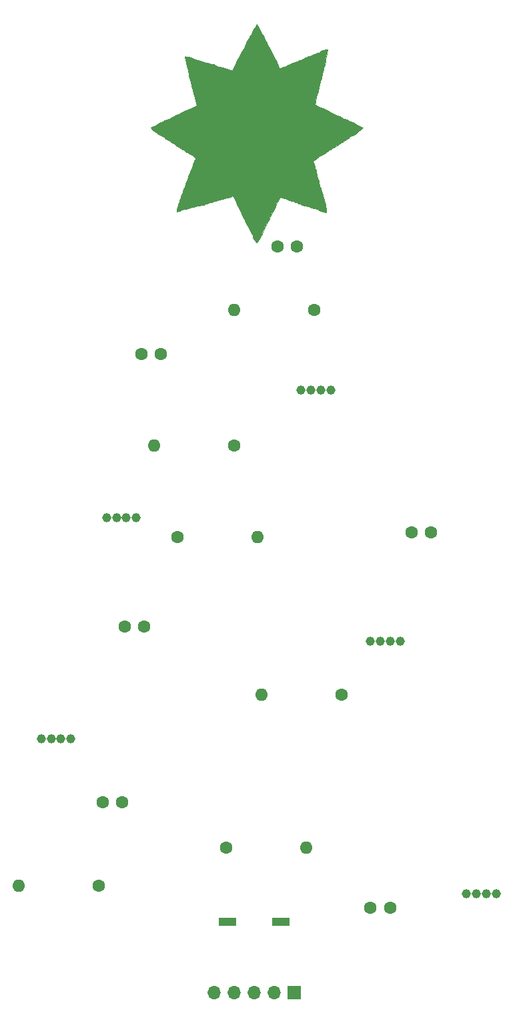
<source format=gbr>
%TF.GenerationSoftware,KiCad,Pcbnew,5.99.0+really5.1.10+dfsg1-1*%
%TF.CreationDate,2021-12-17T14:54:15+01:00*%
%TF.ProjectId,stromcek-led,7374726f-6d63-4656-9b2d-6c65642e6b69,rev?*%
%TF.SameCoordinates,Original*%
%TF.FileFunction,Soldermask,Top*%
%TF.FilePolarity,Negative*%
%FSLAX46Y46*%
G04 Gerber Fmt 4.6, Leading zero omitted, Abs format (unit mm)*
G04 Created by KiCad (PCBNEW 5.99.0+really5.1.10+dfsg1-1) date 2021-12-17 14:54:15*
%MOMM*%
%LPD*%
G01*
G04 APERTURE LIST*
%ADD10C,0.010000*%
%ADD11O,1.600000X1.600000*%
%ADD12C,1.600000*%
%ADD13R,2.160000X1.120000*%
%ADD14C,1.150000*%
%ADD15O,1.700000X1.700000*%
%ADD16R,1.700000X1.700000*%
G04 APERTURE END LIST*
D10*
%TO.C,FID1*%
G36*
X140207141Y-32844421D02*
G01*
X140200000Y-32888103D01*
X140165081Y-32989059D01*
X140074918Y-33150413D01*
X139985441Y-33284978D01*
X139857808Y-33480264D01*
X139759190Y-33659510D01*
X139723669Y-33745500D01*
X139666872Y-33893730D01*
X139621208Y-33973679D01*
X139565781Y-34061872D01*
X139472255Y-34228151D01*
X139360294Y-34437495D01*
X139353801Y-34449929D01*
X139182782Y-34774481D01*
X139055848Y-35006632D01*
X138960915Y-35167884D01*
X138893331Y-35269500D01*
X138833655Y-35388408D01*
X138767366Y-35570275D01*
X138747907Y-35634625D01*
X138691936Y-35797521D01*
X138640587Y-35893572D01*
X138624392Y-35904500D01*
X138570398Y-35952595D01*
X138483066Y-36101860D01*
X138358270Y-36359767D01*
X138291250Y-36507750D01*
X138191545Y-36698184D01*
X138071212Y-36888651D01*
X138071142Y-36888750D01*
X137973648Y-37052516D01*
X137861195Y-37279027D01*
X137782529Y-37460250D01*
X137661404Y-37736491D01*
X137514641Y-38038234D01*
X137422234Y-38212475D01*
X137317087Y-38409095D01*
X137242647Y-38563204D01*
X137215500Y-38639512D01*
X137162967Y-38664547D01*
X137037840Y-38659112D01*
X136888828Y-38630353D01*
X136764639Y-38585415D01*
X136739250Y-38569657D01*
X136638666Y-38523680D01*
X136447316Y-38458206D01*
X136198088Y-38382700D01*
X135923869Y-38306628D01*
X135657547Y-38239456D01*
X135432009Y-38190651D01*
X135405876Y-38185878D01*
X135209883Y-38137144D01*
X135065100Y-38075784D01*
X135024876Y-38043295D01*
X134920040Y-37967786D01*
X134770750Y-37914290D01*
X134575173Y-37870572D01*
X134425950Y-37837268D01*
X134286130Y-37798268D01*
X134218528Y-37770041D01*
X134120781Y-37736049D01*
X133991828Y-37708785D01*
X133810569Y-37665301D01*
X133607444Y-37598566D01*
X133596000Y-37594177D01*
X133379484Y-37518163D01*
X133090832Y-37427056D01*
X132778561Y-37335156D01*
X132491189Y-37256758D01*
X132283680Y-37207452D01*
X132133450Y-37153012D01*
X132048546Y-37077802D01*
X132047548Y-37075369D01*
X131972501Y-37015533D01*
X131796159Y-36987358D01*
X131664991Y-36984000D01*
X131465399Y-36973076D01*
X131321854Y-36944978D01*
X131277610Y-36919464D01*
X131216679Y-36866646D01*
X131178269Y-36915762D01*
X131171477Y-37042459D01*
X131188824Y-37157161D01*
X131230651Y-37356561D01*
X131281817Y-37611751D01*
X131314041Y-37777750D01*
X131363268Y-38005364D01*
X131414896Y-38197737D01*
X131447342Y-38288475D01*
X131491773Y-38424033D01*
X131539348Y-38629243D01*
X131564046Y-38764725D01*
X131611469Y-39028227D01*
X131666778Y-39295852D01*
X131690256Y-39397000D01*
X131746333Y-39630464D01*
X131798794Y-39856181D01*
X131809786Y-39905000D01*
X131865585Y-40099603D01*
X131931928Y-40262272D01*
X131933883Y-40265950D01*
X131989771Y-40434602D01*
X132008500Y-40595577D01*
X132025473Y-40742181D01*
X132064985Y-40821413D01*
X132112820Y-40902890D01*
X132151848Y-41052899D01*
X132153521Y-41063286D01*
X132192570Y-41279321D01*
X132232039Y-41460750D01*
X132269217Y-41629449D01*
X132289384Y-41747616D01*
X132330285Y-41887310D01*
X132348158Y-41921478D01*
X132393508Y-42034076D01*
X132453227Y-42234095D01*
X132517516Y-42484280D01*
X132576577Y-42747373D01*
X132607493Y-42907496D01*
X132626922Y-43049717D01*
X132603859Y-43136456D01*
X132512978Y-43203716D01*
X132345151Y-43280451D01*
X131992569Y-43433395D01*
X131729756Y-43545996D01*
X131530375Y-43629368D01*
X131368085Y-43694627D01*
X131310000Y-43717242D01*
X131156733Y-43784358D01*
X131063204Y-43840068D01*
X131056000Y-43847670D01*
X130986368Y-43893420D01*
X130827289Y-43977232D01*
X130605643Y-44086203D01*
X130348308Y-44207431D01*
X130082165Y-44328015D01*
X129834092Y-44435054D01*
X129820303Y-44440791D01*
X129631198Y-44537306D01*
X129477667Y-44645727D01*
X129452704Y-44669826D01*
X129315913Y-44765241D01*
X129202815Y-44794499D01*
X129082872Y-44820722D01*
X128888158Y-44890038D01*
X128657330Y-44988421D01*
X128617914Y-45006729D01*
X128359960Y-45127429D01*
X128109646Y-45243491D01*
X127919324Y-45330646D01*
X127912750Y-45333616D01*
X127750422Y-45413454D01*
X127643870Y-45478042D01*
X127627000Y-45493694D01*
X127558461Y-45543489D01*
X127407941Y-45631829D01*
X127206963Y-45740287D01*
X127190932Y-45748616D01*
X126786613Y-45958118D01*
X127095259Y-46233559D01*
X127264868Y-46375535D01*
X127403761Y-46474986D01*
X127476909Y-46509000D01*
X127563658Y-46559225D01*
X127581035Y-46590102D01*
X127648725Y-46654593D01*
X127802117Y-46756086D01*
X128012602Y-46876247D01*
X128095829Y-46920022D01*
X128314880Y-47040057D01*
X128482209Y-47145737D01*
X128571503Y-47219864D01*
X128579500Y-47236168D01*
X128631943Y-47304011D01*
X128760693Y-47382867D01*
X128785875Y-47394470D01*
X128951033Y-47480049D01*
X129071312Y-47564075D01*
X129076161Y-47568721D01*
X129194159Y-47640784D01*
X129250786Y-47652000D01*
X129332337Y-47687770D01*
X129341500Y-47715500D01*
X129392933Y-47771835D01*
X129436750Y-47779000D01*
X129521254Y-47813288D01*
X129532000Y-47842500D01*
X129583570Y-47898511D01*
X129629243Y-47906000D01*
X129735505Y-47955142D01*
X129759984Y-47993292D01*
X129834809Y-48070147D01*
X129984284Y-48161833D01*
X130059616Y-48197914D01*
X130225851Y-48275257D01*
X130336964Y-48334486D01*
X130357500Y-48349341D01*
X130445282Y-48419053D01*
X130593069Y-48516859D01*
X130759987Y-48618023D01*
X130905162Y-48697803D01*
X130987721Y-48731461D01*
X130988905Y-48731500D01*
X131065003Y-48781085D01*
X131119500Y-48858500D01*
X131193565Y-48958777D01*
X131240020Y-48985500D01*
X131314330Y-49014669D01*
X131473236Y-49093399D01*
X131690907Y-49208523D01*
X131865764Y-49304467D01*
X132165362Y-49480927D01*
X132358728Y-49623453D01*
X132456942Y-49746759D01*
X132471084Y-49865558D01*
X132412234Y-49994566D01*
X132399511Y-50013267D01*
X132330094Y-50124162D01*
X132312006Y-50176428D01*
X132299913Y-50239055D01*
X132250760Y-50375031D01*
X132231476Y-50422308D01*
X132169213Y-50589824D01*
X132136810Y-50713121D01*
X132135500Y-50728921D01*
X132103068Y-50835490D01*
X132091329Y-50850004D01*
X132041324Y-50948679D01*
X132034600Y-50979736D01*
X131990427Y-51166322D01*
X131928560Y-51296915D01*
X131877221Y-51335000D01*
X131832695Y-51389367D01*
X131818000Y-51493750D01*
X131792674Y-51613024D01*
X131743917Y-51652500D01*
X131700047Y-51676912D01*
X131709649Y-51692315D01*
X131713297Y-51770812D01*
X131672180Y-51915059D01*
X131656733Y-51954070D01*
X131594620Y-52134793D01*
X131564527Y-52285337D01*
X131564000Y-52299790D01*
X131520764Y-52446586D01*
X131468750Y-52518821D01*
X131389204Y-52651984D01*
X131373500Y-52732788D01*
X131343280Y-52852453D01*
X131310000Y-52890750D01*
X131260397Y-52978501D01*
X131246500Y-53081250D01*
X131222531Y-53214219D01*
X131183000Y-53271750D01*
X131129656Y-53361314D01*
X131119500Y-53434247D01*
X131090595Y-53535354D01*
X131052253Y-53557500D01*
X131012998Y-53595769D01*
X131021539Y-53616612D01*
X131013576Y-53698167D01*
X130993536Y-53715609D01*
X130941969Y-53804476D01*
X130929000Y-53897797D01*
X130896799Y-54046006D01*
X130852800Y-54116300D01*
X130812546Y-54180174D01*
X130828354Y-54192500D01*
X130836931Y-54236938D01*
X130787361Y-54335375D01*
X130699993Y-54511076D01*
X130659492Y-54637000D01*
X130613253Y-54808072D01*
X130548973Y-55006636D01*
X130544939Y-55018000D01*
X130478742Y-55203772D01*
X130424313Y-55357406D01*
X130420848Y-55367250D01*
X130373903Y-55499688D01*
X130303999Y-55695778D01*
X130262533Y-55811750D01*
X130189256Y-56041455D01*
X130133440Y-56260748D01*
X130118516Y-56341839D01*
X130088155Y-56554428D01*
X130326602Y-56522295D01*
X130493601Y-56483291D01*
X130600876Y-56428129D01*
X130610482Y-56416648D01*
X130694528Y-56366473D01*
X130861861Y-56316230D01*
X130998833Y-56289578D01*
X131232848Y-56245687D01*
X131528387Y-56180191D01*
X131824919Y-56106578D01*
X131849750Y-56099972D01*
X132094537Y-56034958D01*
X132295882Y-55982480D01*
X132419174Y-55951528D01*
X132435288Y-55947882D01*
X132542339Y-55900078D01*
X132556996Y-55887671D01*
X132646057Y-55856718D01*
X132799380Y-55843506D01*
X132802742Y-55843500D01*
X132989435Y-55824587D01*
X133218311Y-55777098D01*
X133300158Y-55754464D01*
X133470366Y-55710248D01*
X133577316Y-55695947D01*
X133596000Y-55703664D01*
X133631396Y-55700519D01*
X133672201Y-55665699D01*
X133789211Y-55608729D01*
X133926201Y-55589500D01*
X134054374Y-55570684D01*
X134104000Y-55528548D01*
X134119176Y-55497244D01*
X134177553Y-55463740D01*
X134298411Y-55421459D01*
X134501025Y-55363822D01*
X134804675Y-55284250D01*
X134866000Y-55268511D01*
X135011785Y-55229780D01*
X135248116Y-55165458D01*
X135543256Y-55084242D01*
X135865465Y-54994824D01*
X135890704Y-54987788D01*
X136203276Y-54903484D01*
X136481588Y-54833697D01*
X136697642Y-54785087D01*
X136823440Y-54764309D01*
X136831865Y-54764000D01*
X136989510Y-54721596D01*
X137065822Y-54668750D01*
X137165281Y-54591163D01*
X137212944Y-54573500D01*
X137262024Y-54626649D01*
X137346703Y-54765974D01*
X137451699Y-54961285D01*
X137561730Y-55182395D01*
X137661515Y-55399117D01*
X137735771Y-55581263D01*
X137759421Y-55653000D01*
X137807176Y-55784399D01*
X137843853Y-55843500D01*
X137891655Y-55915846D01*
X137980601Y-56079496D01*
X138098973Y-56310274D01*
X138235056Y-56584007D01*
X138377134Y-56876522D01*
X138513489Y-57163644D01*
X138632406Y-57421199D01*
X138722168Y-57625014D01*
X138771060Y-57750915D01*
X138774844Y-57764375D01*
X138823368Y-57890613D01*
X138875377Y-57939000D01*
X138941750Y-57990786D01*
X138970209Y-58050125D01*
X139022791Y-58179964D01*
X139115865Y-58381937D01*
X139234441Y-58626328D01*
X139363530Y-58883423D01*
X139488141Y-59123508D01*
X139593283Y-59316868D01*
X139663966Y-59433789D01*
X139676125Y-59449425D01*
X139745200Y-59585729D01*
X139755500Y-59656104D01*
X139787870Y-59794845D01*
X139870724Y-59978935D01*
X139982679Y-60173541D01*
X140102353Y-60343830D01*
X140208362Y-60454969D01*
X140260642Y-60479000D01*
X140335676Y-60439752D01*
X140377800Y-60402800D01*
X140445343Y-60294466D01*
X140454000Y-60250843D01*
X140504972Y-60164267D01*
X140549250Y-60138536D01*
X140633653Y-60058019D01*
X140644500Y-60012518D01*
X140689383Y-59899424D01*
X140739750Y-59844000D01*
X140820978Y-59724819D01*
X140835000Y-59656952D01*
X140861394Y-59568238D01*
X140933089Y-59390406D01*
X140947595Y-59357166D01*
X140305834Y-59357166D01*
X140297117Y-59394917D01*
X140263500Y-59399500D01*
X140211233Y-59376266D01*
X140221167Y-59357166D01*
X140296527Y-59349566D01*
X140305834Y-59357166D01*
X140947595Y-59357166D01*
X141038852Y-59148059D01*
X141167454Y-58865802D01*
X141307664Y-58568241D01*
X141448249Y-58279980D01*
X141577979Y-58025624D01*
X141590188Y-58002500D01*
X141647829Y-57892656D01*
X141708870Y-57773324D01*
X141782704Y-57625443D01*
X141878723Y-57429954D01*
X142006320Y-57167794D01*
X142174888Y-56819904D01*
X142278610Y-56605500D01*
X142456033Y-56237420D01*
X142628284Y-55877897D01*
X142781981Y-55555014D01*
X142903745Y-55296857D01*
X142966857Y-55160875D01*
X143068173Y-54950036D01*
X143146196Y-54830827D01*
X143226030Y-54777456D01*
X143332779Y-54764137D01*
X143353201Y-54764000D01*
X143506476Y-54781909D01*
X143595721Y-54825234D01*
X143597250Y-54827500D01*
X143687178Y-54881609D01*
X143754602Y-54891000D01*
X143895295Y-54918941D01*
X144052479Y-54981456D01*
X144229537Y-55055025D01*
X144451642Y-55128055D01*
X144518000Y-55146395D01*
X144712441Y-55202054D01*
X144864736Y-55254274D01*
X144901085Y-55270114D01*
X145030209Y-55318069D01*
X145205159Y-55364757D01*
X145207000Y-55365163D01*
X145360270Y-55422643D01*
X145449454Y-55500061D01*
X145451878Y-55505562D01*
X145493701Y-55565360D01*
X145541865Y-55515449D01*
X145586868Y-55467082D01*
X145596528Y-55510125D01*
X145650418Y-55574578D01*
X145724500Y-55589500D01*
X145827751Y-55611697D01*
X145851500Y-55642416D01*
X145902243Y-55696138D01*
X145930875Y-55702195D01*
X146131348Y-55735956D01*
X146262139Y-55790026D01*
X146272996Y-55799328D01*
X146363442Y-55831876D01*
X146494929Y-55843500D01*
X146680104Y-55869312D01*
X146878548Y-55931510D01*
X146881221Y-55932647D01*
X147049188Y-55997483D01*
X147258417Y-56069162D01*
X147466623Y-56134322D01*
X147631523Y-56179599D01*
X147703584Y-56192526D01*
X147783370Y-56231022D01*
X147793542Y-56240375D01*
X147889367Y-56278368D01*
X147986179Y-56288000D01*
X148121959Y-56323674D01*
X148181970Y-56377670D01*
X148265191Y-56436441D01*
X148430724Y-56504749D01*
X148637364Y-56570661D01*
X148843905Y-56622241D01*
X149009143Y-56647557D01*
X149086247Y-56639569D01*
X149110666Y-56562471D01*
X149111575Y-56410084D01*
X149093283Y-56231038D01*
X149060101Y-56073957D01*
X149029745Y-56002250D01*
X148997949Y-55902045D01*
X148972918Y-55732753D01*
X148968899Y-55684750D01*
X148941925Y-55501995D01*
X148897447Y-55369063D01*
X148885804Y-55351375D01*
X148847438Y-55283322D01*
X148856735Y-55272000D01*
X148858843Y-55220909D01*
X148818292Y-55094429D01*
X148803528Y-55057815D01*
X148754695Y-54907699D01*
X148748962Y-54812014D01*
X148753852Y-54803815D01*
X148747639Y-54766071D01*
X148729247Y-54764000D01*
X148682339Y-54708755D01*
X148659477Y-54575762D01*
X148659435Y-54574347D01*
X148639512Y-54410119D01*
X148603984Y-54304472D01*
X148550493Y-54172676D01*
X148535634Y-54106722D01*
X148507359Y-53990791D01*
X148449917Y-53794949D01*
X148375178Y-53559468D01*
X148367187Y-53535222D01*
X148277981Y-53249879D01*
X148193536Y-52953757D01*
X148137200Y-52732000D01*
X148083251Y-52526118D01*
X148029319Y-52367714D01*
X147999957Y-52310059D01*
X147954745Y-52210843D01*
X147954854Y-52183059D01*
X147945083Y-52080863D01*
X147930046Y-52033500D01*
X147907655Y-51965517D01*
X147883077Y-51862620D01*
X147851044Y-51698890D01*
X147806286Y-51448410D01*
X147778221Y-51286786D01*
X147737950Y-51134530D01*
X147688943Y-51046986D01*
X147685985Y-51044913D01*
X147645037Y-50962338D01*
X147629500Y-50827000D01*
X147608122Y-50680732D01*
X147561671Y-50602074D01*
X147519456Y-50515224D01*
X147527148Y-50473360D01*
X147522771Y-50373994D01*
X147499727Y-50349036D01*
X147436553Y-50252306D01*
X147474319Y-50126999D01*
X147600796Y-50002167D01*
X147661250Y-49965309D01*
X147802013Y-49878336D01*
X147878747Y-49809205D01*
X147883500Y-49796559D01*
X147934764Y-49752300D01*
X147973459Y-49747500D01*
X148069870Y-49704991D01*
X148087195Y-49676166D01*
X148166811Y-49590503D01*
X148361020Y-49461313D01*
X148665984Y-49290933D01*
X149003197Y-49118555D01*
X149205604Y-49007238D01*
X149359206Y-48902525D01*
X149429830Y-48828402D01*
X149514264Y-48742899D01*
X149564258Y-48731500D01*
X149650033Y-48697824D01*
X149661500Y-48668000D01*
X149711032Y-48607963D01*
X149734882Y-48604500D01*
X149830371Y-48569413D01*
X149972850Y-48482750D01*
X150004757Y-48459954D01*
X150194834Y-48335117D01*
X150413564Y-48211221D01*
X150455250Y-48190079D01*
X150622335Y-48096063D01*
X150738991Y-48009455D01*
X150760031Y-47985375D01*
X150862168Y-47912554D01*
X150902906Y-47906000D01*
X150985365Y-47870693D01*
X150995000Y-47842500D01*
X151046433Y-47786164D01*
X151090250Y-47779000D01*
X151174754Y-47744711D01*
X151185500Y-47715500D01*
X151236602Y-47658414D01*
X151276215Y-47652000D01*
X151396696Y-47610332D01*
X151450840Y-47568721D01*
X151565536Y-47486312D01*
X151729819Y-47399521D01*
X151741125Y-47394470D01*
X151878372Y-47314742D01*
X151946014Y-47237735D01*
X151947500Y-47228028D01*
X152000169Y-47150215D01*
X152074500Y-47112250D01*
X152177124Y-47055240D01*
X152201500Y-47012720D01*
X152252405Y-46958915D01*
X152288752Y-46953500D01*
X152394248Y-46924298D01*
X152552380Y-46851285D01*
X152724503Y-46756348D01*
X152871970Y-46661374D01*
X152956137Y-46588250D01*
X152963500Y-46571350D01*
X153015522Y-46510298D01*
X153081463Y-46480118D01*
X153192157Y-46417588D01*
X153351318Y-46296600D01*
X153466543Y-46196076D01*
X153733660Y-45949475D01*
X153316830Y-45744270D01*
X153114556Y-45639308D01*
X152966403Y-45552169D01*
X152900946Y-45499839D01*
X152900000Y-45496503D01*
X152847098Y-45448541D01*
X152713057Y-45375695D01*
X152630125Y-45337998D01*
X152435305Y-45251631D01*
X152180039Y-45134952D01*
X151918350Y-45012664D01*
X151909087Y-45008278D01*
X151676158Y-44905726D01*
X151472803Y-44830039D01*
X151337595Y-44795315D01*
X151324186Y-44794500D01*
X151180468Y-44749852D01*
X151073640Y-44669121D01*
X150958274Y-44583041D01*
X150764542Y-44474431D01*
X150532834Y-44365776D01*
X150515541Y-44358457D01*
X150118595Y-44189518D01*
X149828017Y-44060066D01*
X149631625Y-43964042D01*
X149517234Y-43895389D01*
X149472663Y-43848048D01*
X149471000Y-43839028D01*
X149419464Y-43785448D01*
X149374889Y-43778500D01*
X149238428Y-43748880D01*
X149168514Y-43717940D01*
X149067244Y-43669353D01*
X148877739Y-43584326D01*
X148628843Y-43475635D01*
X148398651Y-43376957D01*
X148129603Y-43256902D01*
X147904284Y-43145732D01*
X147748639Y-43056931D01*
X147690382Y-43008891D01*
X147681797Y-42908485D01*
X147703477Y-42722865D01*
X147750767Y-42488921D01*
X147761521Y-42445000D01*
X147819847Y-42195193D01*
X147862805Y-41977061D01*
X147882083Y-41833387D01*
X147882415Y-41822721D01*
X147912617Y-41658257D01*
X147973761Y-41502148D01*
X148047928Y-41310130D01*
X148094944Y-41108426D01*
X148118388Y-40963113D01*
X148135794Y-40890983D01*
X148137500Y-40889250D01*
X148153020Y-40833790D01*
X148176073Y-40697483D01*
X148180158Y-40669189D01*
X148218167Y-40485628D01*
X148267476Y-40344043D01*
X148269591Y-40339988D01*
X148320310Y-40191781D01*
X148328000Y-40125146D01*
X148353172Y-39995964D01*
X148414129Y-39827862D01*
X148417914Y-39819346D01*
X148482513Y-39650672D01*
X148536782Y-39444365D01*
X148588587Y-39166731D01*
X148624054Y-38936226D01*
X148660470Y-38772596D01*
X148706163Y-38671303D01*
X148715708Y-38662604D01*
X148754442Y-38581032D01*
X148772355Y-38429678D01*
X148772500Y-38414294D01*
X148788474Y-38264102D01*
X148827431Y-38182421D01*
X148832428Y-38179916D01*
X148876122Y-38109721D01*
X148917082Y-37956899D01*
X148930855Y-37873000D01*
X148964291Y-37636427D01*
X148993662Y-37467050D01*
X149029703Y-37305931D01*
X149046529Y-37238000D01*
X149114073Y-36910701D01*
X149177875Y-36488547D01*
X149197287Y-36333125D01*
X149233159Y-36031500D01*
X149014966Y-36031500D01*
X148826496Y-36058387D01*
X148675547Y-36123213D01*
X148673512Y-36124730D01*
X148518732Y-36200595D01*
X148414169Y-36219980D01*
X148288934Y-36261054D01*
X148241537Y-36317249D01*
X148163338Y-36401612D01*
X148119671Y-36412500D01*
X148012994Y-36438680D01*
X147846918Y-36504395D01*
X147780022Y-36535380D01*
X147578885Y-36623451D01*
X147393904Y-36690177D01*
X147355345Y-36701014D01*
X147231094Y-36751375D01*
X147185000Y-36804131D01*
X147147419Y-36838849D01*
X147132823Y-36832247D01*
X147044225Y-36835031D01*
X146920540Y-36883062D01*
X146744740Y-36952743D01*
X146538188Y-37007772D01*
X146528218Y-37009690D01*
X146377833Y-37051400D01*
X146299291Y-37099530D01*
X146296000Y-37109598D01*
X146243126Y-37169674D01*
X146153125Y-37210254D01*
X146006779Y-37264620D01*
X145812211Y-37347446D01*
X145744627Y-37378278D01*
X145563773Y-37456346D01*
X145420935Y-37507355D01*
X145385908Y-37515653D01*
X145252570Y-37565365D01*
X145207031Y-37594470D01*
X145096422Y-37651566D01*
X144918005Y-37719234D01*
X144835500Y-37745603D01*
X144651996Y-37807718D01*
X144519349Y-37865064D01*
X144489426Y-37884041D01*
X144373191Y-37933921D01*
X144343895Y-37936499D01*
X144238472Y-37976826D01*
X144122372Y-38063499D01*
X143977391Y-38157574D01*
X143852703Y-38190499D01*
X143709548Y-38218853D01*
X143528079Y-38288721D01*
X143494386Y-38305194D01*
X143286269Y-38386084D01*
X143160841Y-38375536D01*
X143121000Y-38280458D01*
X143084970Y-38199407D01*
X143057500Y-38190500D01*
X142999535Y-38139815D01*
X142994000Y-38105006D01*
X142968202Y-37990025D01*
X142906658Y-37835131D01*
X142816955Y-37638707D01*
X142732407Y-37444374D01*
X142662490Y-37307302D01*
X142604021Y-37239546D01*
X142597499Y-37237999D01*
X142554706Y-37186438D01*
X142549500Y-37143983D01*
X142517139Y-37043316D01*
X142433066Y-36876872D01*
X142336973Y-36715358D01*
X142215375Y-36507156D01*
X142121004Y-36315244D01*
X142082878Y-36210565D01*
X142015810Y-36044654D01*
X141944275Y-35943346D01*
X141859834Y-35820758D01*
X141775730Y-35642567D01*
X141761901Y-35605531D01*
X141667132Y-35380051D01*
X141552054Y-35157237D01*
X141543341Y-35142500D01*
X141443824Y-34965371D01*
X141319865Y-34729715D01*
X141218533Y-34527569D01*
X141113925Y-34324838D01*
X141023719Y-34170566D01*
X140967416Y-34098096D01*
X140967356Y-34098059D01*
X140910871Y-34018273D01*
X140845692Y-33866763D01*
X140831111Y-33823990D01*
X140747828Y-33633553D01*
X140620133Y-33410133D01*
X140540728Y-33292492D01*
X140423095Y-33113480D01*
X140345467Y-32962651D01*
X140327000Y-32895617D01*
X140294874Y-32806488D01*
X140263500Y-32793000D01*
X140207141Y-32844421D01*
G37*
X140207141Y-32844421D02*
X140200000Y-32888103D01*
X140165081Y-32989059D01*
X140074918Y-33150413D01*
X139985441Y-33284978D01*
X139857808Y-33480264D01*
X139759190Y-33659510D01*
X139723669Y-33745500D01*
X139666872Y-33893730D01*
X139621208Y-33973679D01*
X139565781Y-34061872D01*
X139472255Y-34228151D01*
X139360294Y-34437495D01*
X139353801Y-34449929D01*
X139182782Y-34774481D01*
X139055848Y-35006632D01*
X138960915Y-35167884D01*
X138893331Y-35269500D01*
X138833655Y-35388408D01*
X138767366Y-35570275D01*
X138747907Y-35634625D01*
X138691936Y-35797521D01*
X138640587Y-35893572D01*
X138624392Y-35904500D01*
X138570398Y-35952595D01*
X138483066Y-36101860D01*
X138358270Y-36359767D01*
X138291250Y-36507750D01*
X138191545Y-36698184D01*
X138071212Y-36888651D01*
X138071142Y-36888750D01*
X137973648Y-37052516D01*
X137861195Y-37279027D01*
X137782529Y-37460250D01*
X137661404Y-37736491D01*
X137514641Y-38038234D01*
X137422234Y-38212475D01*
X137317087Y-38409095D01*
X137242647Y-38563204D01*
X137215500Y-38639512D01*
X137162967Y-38664547D01*
X137037840Y-38659112D01*
X136888828Y-38630353D01*
X136764639Y-38585415D01*
X136739250Y-38569657D01*
X136638666Y-38523680D01*
X136447316Y-38458206D01*
X136198088Y-38382700D01*
X135923869Y-38306628D01*
X135657547Y-38239456D01*
X135432009Y-38190651D01*
X135405876Y-38185878D01*
X135209883Y-38137144D01*
X135065100Y-38075784D01*
X135024876Y-38043295D01*
X134920040Y-37967786D01*
X134770750Y-37914290D01*
X134575173Y-37870572D01*
X134425950Y-37837268D01*
X134286130Y-37798268D01*
X134218528Y-37770041D01*
X134120781Y-37736049D01*
X133991828Y-37708785D01*
X133810569Y-37665301D01*
X133607444Y-37598566D01*
X133596000Y-37594177D01*
X133379484Y-37518163D01*
X133090832Y-37427056D01*
X132778561Y-37335156D01*
X132491189Y-37256758D01*
X132283680Y-37207452D01*
X132133450Y-37153012D01*
X132048546Y-37077802D01*
X132047548Y-37075369D01*
X131972501Y-37015533D01*
X131796159Y-36987358D01*
X131664991Y-36984000D01*
X131465399Y-36973076D01*
X131321854Y-36944978D01*
X131277610Y-36919464D01*
X131216679Y-36866646D01*
X131178269Y-36915762D01*
X131171477Y-37042459D01*
X131188824Y-37157161D01*
X131230651Y-37356561D01*
X131281817Y-37611751D01*
X131314041Y-37777750D01*
X131363268Y-38005364D01*
X131414896Y-38197737D01*
X131447342Y-38288475D01*
X131491773Y-38424033D01*
X131539348Y-38629243D01*
X131564046Y-38764725D01*
X131611469Y-39028227D01*
X131666778Y-39295852D01*
X131690256Y-39397000D01*
X131746333Y-39630464D01*
X131798794Y-39856181D01*
X131809786Y-39905000D01*
X131865585Y-40099603D01*
X131931928Y-40262272D01*
X131933883Y-40265950D01*
X131989771Y-40434602D01*
X132008500Y-40595577D01*
X132025473Y-40742181D01*
X132064985Y-40821413D01*
X132112820Y-40902890D01*
X132151848Y-41052899D01*
X132153521Y-41063286D01*
X132192570Y-41279321D01*
X132232039Y-41460750D01*
X132269217Y-41629449D01*
X132289384Y-41747616D01*
X132330285Y-41887310D01*
X132348158Y-41921478D01*
X132393508Y-42034076D01*
X132453227Y-42234095D01*
X132517516Y-42484280D01*
X132576577Y-42747373D01*
X132607493Y-42907496D01*
X132626922Y-43049717D01*
X132603859Y-43136456D01*
X132512978Y-43203716D01*
X132345151Y-43280451D01*
X131992569Y-43433395D01*
X131729756Y-43545996D01*
X131530375Y-43629368D01*
X131368085Y-43694627D01*
X131310000Y-43717242D01*
X131156733Y-43784358D01*
X131063204Y-43840068D01*
X131056000Y-43847670D01*
X130986368Y-43893420D01*
X130827289Y-43977232D01*
X130605643Y-44086203D01*
X130348308Y-44207431D01*
X130082165Y-44328015D01*
X129834092Y-44435054D01*
X129820303Y-44440791D01*
X129631198Y-44537306D01*
X129477667Y-44645727D01*
X129452704Y-44669826D01*
X129315913Y-44765241D01*
X129202815Y-44794499D01*
X129082872Y-44820722D01*
X128888158Y-44890038D01*
X128657330Y-44988421D01*
X128617914Y-45006729D01*
X128359960Y-45127429D01*
X128109646Y-45243491D01*
X127919324Y-45330646D01*
X127912750Y-45333616D01*
X127750422Y-45413454D01*
X127643870Y-45478042D01*
X127627000Y-45493694D01*
X127558461Y-45543489D01*
X127407941Y-45631829D01*
X127206963Y-45740287D01*
X127190932Y-45748616D01*
X126786613Y-45958118D01*
X127095259Y-46233559D01*
X127264868Y-46375535D01*
X127403761Y-46474986D01*
X127476909Y-46509000D01*
X127563658Y-46559225D01*
X127581035Y-46590102D01*
X127648725Y-46654593D01*
X127802117Y-46756086D01*
X128012602Y-46876247D01*
X128095829Y-46920022D01*
X128314880Y-47040057D01*
X128482209Y-47145737D01*
X128571503Y-47219864D01*
X128579500Y-47236168D01*
X128631943Y-47304011D01*
X128760693Y-47382867D01*
X128785875Y-47394470D01*
X128951033Y-47480049D01*
X129071312Y-47564075D01*
X129076161Y-47568721D01*
X129194159Y-47640784D01*
X129250786Y-47652000D01*
X129332337Y-47687770D01*
X129341500Y-47715500D01*
X129392933Y-47771835D01*
X129436750Y-47779000D01*
X129521254Y-47813288D01*
X129532000Y-47842500D01*
X129583570Y-47898511D01*
X129629243Y-47906000D01*
X129735505Y-47955142D01*
X129759984Y-47993292D01*
X129834809Y-48070147D01*
X129984284Y-48161833D01*
X130059616Y-48197914D01*
X130225851Y-48275257D01*
X130336964Y-48334486D01*
X130357500Y-48349341D01*
X130445282Y-48419053D01*
X130593069Y-48516859D01*
X130759987Y-48618023D01*
X130905162Y-48697803D01*
X130987721Y-48731461D01*
X130988905Y-48731500D01*
X131065003Y-48781085D01*
X131119500Y-48858500D01*
X131193565Y-48958777D01*
X131240020Y-48985500D01*
X131314330Y-49014669D01*
X131473236Y-49093399D01*
X131690907Y-49208523D01*
X131865764Y-49304467D01*
X132165362Y-49480927D01*
X132358728Y-49623453D01*
X132456942Y-49746759D01*
X132471084Y-49865558D01*
X132412234Y-49994566D01*
X132399511Y-50013267D01*
X132330094Y-50124162D01*
X132312006Y-50176428D01*
X132299913Y-50239055D01*
X132250760Y-50375031D01*
X132231476Y-50422308D01*
X132169213Y-50589824D01*
X132136810Y-50713121D01*
X132135500Y-50728921D01*
X132103068Y-50835490D01*
X132091329Y-50850004D01*
X132041324Y-50948679D01*
X132034600Y-50979736D01*
X131990427Y-51166322D01*
X131928560Y-51296915D01*
X131877221Y-51335000D01*
X131832695Y-51389367D01*
X131818000Y-51493750D01*
X131792674Y-51613024D01*
X131743917Y-51652500D01*
X131700047Y-51676912D01*
X131709649Y-51692315D01*
X131713297Y-51770812D01*
X131672180Y-51915059D01*
X131656733Y-51954070D01*
X131594620Y-52134793D01*
X131564527Y-52285337D01*
X131564000Y-52299790D01*
X131520764Y-52446586D01*
X131468750Y-52518821D01*
X131389204Y-52651984D01*
X131373500Y-52732788D01*
X131343280Y-52852453D01*
X131310000Y-52890750D01*
X131260397Y-52978501D01*
X131246500Y-53081250D01*
X131222531Y-53214219D01*
X131183000Y-53271750D01*
X131129656Y-53361314D01*
X131119500Y-53434247D01*
X131090595Y-53535354D01*
X131052253Y-53557500D01*
X131012998Y-53595769D01*
X131021539Y-53616612D01*
X131013576Y-53698167D01*
X130993536Y-53715609D01*
X130941969Y-53804476D01*
X130929000Y-53897797D01*
X130896799Y-54046006D01*
X130852800Y-54116300D01*
X130812546Y-54180174D01*
X130828354Y-54192500D01*
X130836931Y-54236938D01*
X130787361Y-54335375D01*
X130699993Y-54511076D01*
X130659492Y-54637000D01*
X130613253Y-54808072D01*
X130548973Y-55006636D01*
X130544939Y-55018000D01*
X130478742Y-55203772D01*
X130424313Y-55357406D01*
X130420848Y-55367250D01*
X130373903Y-55499688D01*
X130303999Y-55695778D01*
X130262533Y-55811750D01*
X130189256Y-56041455D01*
X130133440Y-56260748D01*
X130118516Y-56341839D01*
X130088155Y-56554428D01*
X130326602Y-56522295D01*
X130493601Y-56483291D01*
X130600876Y-56428129D01*
X130610482Y-56416648D01*
X130694528Y-56366473D01*
X130861861Y-56316230D01*
X130998833Y-56289578D01*
X131232848Y-56245687D01*
X131528387Y-56180191D01*
X131824919Y-56106578D01*
X131849750Y-56099972D01*
X132094537Y-56034958D01*
X132295882Y-55982480D01*
X132419174Y-55951528D01*
X132435288Y-55947882D01*
X132542339Y-55900078D01*
X132556996Y-55887671D01*
X132646057Y-55856718D01*
X132799380Y-55843506D01*
X132802742Y-55843500D01*
X132989435Y-55824587D01*
X133218311Y-55777098D01*
X133300158Y-55754464D01*
X133470366Y-55710248D01*
X133577316Y-55695947D01*
X133596000Y-55703664D01*
X133631396Y-55700519D01*
X133672201Y-55665699D01*
X133789211Y-55608729D01*
X133926201Y-55589500D01*
X134054374Y-55570684D01*
X134104000Y-55528548D01*
X134119176Y-55497244D01*
X134177553Y-55463740D01*
X134298411Y-55421459D01*
X134501025Y-55363822D01*
X134804675Y-55284250D01*
X134866000Y-55268511D01*
X135011785Y-55229780D01*
X135248116Y-55165458D01*
X135543256Y-55084242D01*
X135865465Y-54994824D01*
X135890704Y-54987788D01*
X136203276Y-54903484D01*
X136481588Y-54833697D01*
X136697642Y-54785087D01*
X136823440Y-54764309D01*
X136831865Y-54764000D01*
X136989510Y-54721596D01*
X137065822Y-54668750D01*
X137165281Y-54591163D01*
X137212944Y-54573500D01*
X137262024Y-54626649D01*
X137346703Y-54765974D01*
X137451699Y-54961285D01*
X137561730Y-55182395D01*
X137661515Y-55399117D01*
X137735771Y-55581263D01*
X137759421Y-55653000D01*
X137807176Y-55784399D01*
X137843853Y-55843500D01*
X137891655Y-55915846D01*
X137980601Y-56079496D01*
X138098973Y-56310274D01*
X138235056Y-56584007D01*
X138377134Y-56876522D01*
X138513489Y-57163644D01*
X138632406Y-57421199D01*
X138722168Y-57625014D01*
X138771060Y-57750915D01*
X138774844Y-57764375D01*
X138823368Y-57890613D01*
X138875377Y-57939000D01*
X138941750Y-57990786D01*
X138970209Y-58050125D01*
X139022791Y-58179964D01*
X139115865Y-58381937D01*
X139234441Y-58626328D01*
X139363530Y-58883423D01*
X139488141Y-59123508D01*
X139593283Y-59316868D01*
X139663966Y-59433789D01*
X139676125Y-59449425D01*
X139745200Y-59585729D01*
X139755500Y-59656104D01*
X139787870Y-59794845D01*
X139870724Y-59978935D01*
X139982679Y-60173541D01*
X140102353Y-60343830D01*
X140208362Y-60454969D01*
X140260642Y-60479000D01*
X140335676Y-60439752D01*
X140377800Y-60402800D01*
X140445343Y-60294466D01*
X140454000Y-60250843D01*
X140504972Y-60164267D01*
X140549250Y-60138536D01*
X140633653Y-60058019D01*
X140644500Y-60012518D01*
X140689383Y-59899424D01*
X140739750Y-59844000D01*
X140820978Y-59724819D01*
X140835000Y-59656952D01*
X140861394Y-59568238D01*
X140933089Y-59390406D01*
X140947595Y-59357166D01*
X140305834Y-59357166D01*
X140297117Y-59394917D01*
X140263500Y-59399500D01*
X140211233Y-59376266D01*
X140221167Y-59357166D01*
X140296527Y-59349566D01*
X140305834Y-59357166D01*
X140947595Y-59357166D01*
X141038852Y-59148059D01*
X141167454Y-58865802D01*
X141307664Y-58568241D01*
X141448249Y-58279980D01*
X141577979Y-58025624D01*
X141590188Y-58002500D01*
X141647829Y-57892656D01*
X141708870Y-57773324D01*
X141782704Y-57625443D01*
X141878723Y-57429954D01*
X142006320Y-57167794D01*
X142174888Y-56819904D01*
X142278610Y-56605500D01*
X142456033Y-56237420D01*
X142628284Y-55877897D01*
X142781981Y-55555014D01*
X142903745Y-55296857D01*
X142966857Y-55160875D01*
X143068173Y-54950036D01*
X143146196Y-54830827D01*
X143226030Y-54777456D01*
X143332779Y-54764137D01*
X143353201Y-54764000D01*
X143506476Y-54781909D01*
X143595721Y-54825234D01*
X143597250Y-54827500D01*
X143687178Y-54881609D01*
X143754602Y-54891000D01*
X143895295Y-54918941D01*
X144052479Y-54981456D01*
X144229537Y-55055025D01*
X144451642Y-55128055D01*
X144518000Y-55146395D01*
X144712441Y-55202054D01*
X144864736Y-55254274D01*
X144901085Y-55270114D01*
X145030209Y-55318069D01*
X145205159Y-55364757D01*
X145207000Y-55365163D01*
X145360270Y-55422643D01*
X145449454Y-55500061D01*
X145451878Y-55505562D01*
X145493701Y-55565360D01*
X145541865Y-55515449D01*
X145586868Y-55467082D01*
X145596528Y-55510125D01*
X145650418Y-55574578D01*
X145724500Y-55589500D01*
X145827751Y-55611697D01*
X145851500Y-55642416D01*
X145902243Y-55696138D01*
X145930875Y-55702195D01*
X146131348Y-55735956D01*
X146262139Y-55790026D01*
X146272996Y-55799328D01*
X146363442Y-55831876D01*
X146494929Y-55843500D01*
X146680104Y-55869312D01*
X146878548Y-55931510D01*
X146881221Y-55932647D01*
X147049188Y-55997483D01*
X147258417Y-56069162D01*
X147466623Y-56134322D01*
X147631523Y-56179599D01*
X147703584Y-56192526D01*
X147783370Y-56231022D01*
X147793542Y-56240375D01*
X147889367Y-56278368D01*
X147986179Y-56288000D01*
X148121959Y-56323674D01*
X148181970Y-56377670D01*
X148265191Y-56436441D01*
X148430724Y-56504749D01*
X148637364Y-56570661D01*
X148843905Y-56622241D01*
X149009143Y-56647557D01*
X149086247Y-56639569D01*
X149110666Y-56562471D01*
X149111575Y-56410084D01*
X149093283Y-56231038D01*
X149060101Y-56073957D01*
X149029745Y-56002250D01*
X148997949Y-55902045D01*
X148972918Y-55732753D01*
X148968899Y-55684750D01*
X148941925Y-55501995D01*
X148897447Y-55369063D01*
X148885804Y-55351375D01*
X148847438Y-55283322D01*
X148856735Y-55272000D01*
X148858843Y-55220909D01*
X148818292Y-55094429D01*
X148803528Y-55057815D01*
X148754695Y-54907699D01*
X148748962Y-54812014D01*
X148753852Y-54803815D01*
X148747639Y-54766071D01*
X148729247Y-54764000D01*
X148682339Y-54708755D01*
X148659477Y-54575762D01*
X148659435Y-54574347D01*
X148639512Y-54410119D01*
X148603984Y-54304472D01*
X148550493Y-54172676D01*
X148535634Y-54106722D01*
X148507359Y-53990791D01*
X148449917Y-53794949D01*
X148375178Y-53559468D01*
X148367187Y-53535222D01*
X148277981Y-53249879D01*
X148193536Y-52953757D01*
X148137200Y-52732000D01*
X148083251Y-52526118D01*
X148029319Y-52367714D01*
X147999957Y-52310059D01*
X147954745Y-52210843D01*
X147954854Y-52183059D01*
X147945083Y-52080863D01*
X147930046Y-52033500D01*
X147907655Y-51965517D01*
X147883077Y-51862620D01*
X147851044Y-51698890D01*
X147806286Y-51448410D01*
X147778221Y-51286786D01*
X147737950Y-51134530D01*
X147688943Y-51046986D01*
X147685985Y-51044913D01*
X147645037Y-50962338D01*
X147629500Y-50827000D01*
X147608122Y-50680732D01*
X147561671Y-50602074D01*
X147519456Y-50515224D01*
X147527148Y-50473360D01*
X147522771Y-50373994D01*
X147499727Y-50349036D01*
X147436553Y-50252306D01*
X147474319Y-50126999D01*
X147600796Y-50002167D01*
X147661250Y-49965309D01*
X147802013Y-49878336D01*
X147878747Y-49809205D01*
X147883500Y-49796559D01*
X147934764Y-49752300D01*
X147973459Y-49747500D01*
X148069870Y-49704991D01*
X148087195Y-49676166D01*
X148166811Y-49590503D01*
X148361020Y-49461313D01*
X148665984Y-49290933D01*
X149003197Y-49118555D01*
X149205604Y-49007238D01*
X149359206Y-48902525D01*
X149429830Y-48828402D01*
X149514264Y-48742899D01*
X149564258Y-48731500D01*
X149650033Y-48697824D01*
X149661500Y-48668000D01*
X149711032Y-48607963D01*
X149734882Y-48604500D01*
X149830371Y-48569413D01*
X149972850Y-48482750D01*
X150004757Y-48459954D01*
X150194834Y-48335117D01*
X150413564Y-48211221D01*
X150455250Y-48190079D01*
X150622335Y-48096063D01*
X150738991Y-48009455D01*
X150760031Y-47985375D01*
X150862168Y-47912554D01*
X150902906Y-47906000D01*
X150985365Y-47870693D01*
X150995000Y-47842500D01*
X151046433Y-47786164D01*
X151090250Y-47779000D01*
X151174754Y-47744711D01*
X151185500Y-47715500D01*
X151236602Y-47658414D01*
X151276215Y-47652000D01*
X151396696Y-47610332D01*
X151450840Y-47568721D01*
X151565536Y-47486312D01*
X151729819Y-47399521D01*
X151741125Y-47394470D01*
X151878372Y-47314742D01*
X151946014Y-47237735D01*
X151947500Y-47228028D01*
X152000169Y-47150215D01*
X152074500Y-47112250D01*
X152177124Y-47055240D01*
X152201500Y-47012720D01*
X152252405Y-46958915D01*
X152288752Y-46953500D01*
X152394248Y-46924298D01*
X152552380Y-46851285D01*
X152724503Y-46756348D01*
X152871970Y-46661374D01*
X152956137Y-46588250D01*
X152963500Y-46571350D01*
X153015522Y-46510298D01*
X153081463Y-46480118D01*
X153192157Y-46417588D01*
X153351318Y-46296600D01*
X153466543Y-46196076D01*
X153733660Y-45949475D01*
X153316830Y-45744270D01*
X153114556Y-45639308D01*
X152966403Y-45552169D01*
X152900946Y-45499839D01*
X152900000Y-45496503D01*
X152847098Y-45448541D01*
X152713057Y-45375695D01*
X152630125Y-45337998D01*
X152435305Y-45251631D01*
X152180039Y-45134952D01*
X151918350Y-45012664D01*
X151909087Y-45008278D01*
X151676158Y-44905726D01*
X151472803Y-44830039D01*
X151337595Y-44795315D01*
X151324186Y-44794500D01*
X151180468Y-44749852D01*
X151073640Y-44669121D01*
X150958274Y-44583041D01*
X150764542Y-44474431D01*
X150532834Y-44365776D01*
X150515541Y-44358457D01*
X150118595Y-44189518D01*
X149828017Y-44060066D01*
X149631625Y-43964042D01*
X149517234Y-43895389D01*
X149472663Y-43848048D01*
X149471000Y-43839028D01*
X149419464Y-43785448D01*
X149374889Y-43778500D01*
X149238428Y-43748880D01*
X149168514Y-43717940D01*
X149067244Y-43669353D01*
X148877739Y-43584326D01*
X148628843Y-43475635D01*
X148398651Y-43376957D01*
X148129603Y-43256902D01*
X147904284Y-43145732D01*
X147748639Y-43056931D01*
X147690382Y-43008891D01*
X147681797Y-42908485D01*
X147703477Y-42722865D01*
X147750767Y-42488921D01*
X147761521Y-42445000D01*
X147819847Y-42195193D01*
X147862805Y-41977061D01*
X147882083Y-41833387D01*
X147882415Y-41822721D01*
X147912617Y-41658257D01*
X147973761Y-41502148D01*
X148047928Y-41310130D01*
X148094944Y-41108426D01*
X148118388Y-40963113D01*
X148135794Y-40890983D01*
X148137500Y-40889250D01*
X148153020Y-40833790D01*
X148176073Y-40697483D01*
X148180158Y-40669189D01*
X148218167Y-40485628D01*
X148267476Y-40344043D01*
X148269591Y-40339988D01*
X148320310Y-40191781D01*
X148328000Y-40125146D01*
X148353172Y-39995964D01*
X148414129Y-39827862D01*
X148417914Y-39819346D01*
X148482513Y-39650672D01*
X148536782Y-39444365D01*
X148588587Y-39166731D01*
X148624054Y-38936226D01*
X148660470Y-38772596D01*
X148706163Y-38671303D01*
X148715708Y-38662604D01*
X148754442Y-38581032D01*
X148772355Y-38429678D01*
X148772500Y-38414294D01*
X148788474Y-38264102D01*
X148827431Y-38182421D01*
X148832428Y-38179916D01*
X148876122Y-38109721D01*
X148917082Y-37956899D01*
X148930855Y-37873000D01*
X148964291Y-37636427D01*
X148993662Y-37467050D01*
X149029703Y-37305931D01*
X149046529Y-37238000D01*
X149114073Y-36910701D01*
X149177875Y-36488547D01*
X149197287Y-36333125D01*
X149233159Y-36031500D01*
X149014966Y-36031500D01*
X148826496Y-36058387D01*
X148675547Y-36123213D01*
X148673512Y-36124730D01*
X148518732Y-36200595D01*
X148414169Y-36219980D01*
X148288934Y-36261054D01*
X148241537Y-36317249D01*
X148163338Y-36401612D01*
X148119671Y-36412500D01*
X148012994Y-36438680D01*
X147846918Y-36504395D01*
X147780022Y-36535380D01*
X147578885Y-36623451D01*
X147393904Y-36690177D01*
X147355345Y-36701014D01*
X147231094Y-36751375D01*
X147185000Y-36804131D01*
X147147419Y-36838849D01*
X147132823Y-36832247D01*
X147044225Y-36835031D01*
X146920540Y-36883062D01*
X146744740Y-36952743D01*
X146538188Y-37007772D01*
X146528218Y-37009690D01*
X146377833Y-37051400D01*
X146299291Y-37099530D01*
X146296000Y-37109598D01*
X146243126Y-37169674D01*
X146153125Y-37210254D01*
X146006779Y-37264620D01*
X145812211Y-37347446D01*
X145744627Y-37378278D01*
X145563773Y-37456346D01*
X145420935Y-37507355D01*
X145385908Y-37515653D01*
X145252570Y-37565365D01*
X145207031Y-37594470D01*
X145096422Y-37651566D01*
X144918005Y-37719234D01*
X144835500Y-37745603D01*
X144651996Y-37807718D01*
X144519349Y-37865064D01*
X144489426Y-37884041D01*
X144373191Y-37933921D01*
X144343895Y-37936499D01*
X144238472Y-37976826D01*
X144122372Y-38063499D01*
X143977391Y-38157574D01*
X143852703Y-38190499D01*
X143709548Y-38218853D01*
X143528079Y-38288721D01*
X143494386Y-38305194D01*
X143286269Y-38386084D01*
X143160841Y-38375536D01*
X143121000Y-38280458D01*
X143084970Y-38199407D01*
X143057500Y-38190500D01*
X142999535Y-38139815D01*
X142994000Y-38105006D01*
X142968202Y-37990025D01*
X142906658Y-37835131D01*
X142816955Y-37638707D01*
X142732407Y-37444374D01*
X142662490Y-37307302D01*
X142604021Y-37239546D01*
X142597499Y-37237999D01*
X142554706Y-37186438D01*
X142549500Y-37143983D01*
X142517139Y-37043316D01*
X142433066Y-36876872D01*
X142336973Y-36715358D01*
X142215375Y-36507156D01*
X142121004Y-36315244D01*
X142082878Y-36210565D01*
X142015810Y-36044654D01*
X141944275Y-35943346D01*
X141859834Y-35820758D01*
X141775730Y-35642567D01*
X141761901Y-35605531D01*
X141667132Y-35380051D01*
X141552054Y-35157237D01*
X141543341Y-35142500D01*
X141443824Y-34965371D01*
X141319865Y-34729715D01*
X141218533Y-34527569D01*
X141113925Y-34324838D01*
X141023719Y-34170566D01*
X140967416Y-34098096D01*
X140967356Y-34098059D01*
X140910871Y-34018273D01*
X140845692Y-33866763D01*
X140831111Y-33823990D01*
X140747828Y-33633553D01*
X140620133Y-33410133D01*
X140540728Y-33292492D01*
X140423095Y-33113480D01*
X140345467Y-32962651D01*
X140327000Y-32895617D01*
X140294874Y-32806488D01*
X140263500Y-32793000D01*
X140207141Y-32844421D01*
%TD*%
D11*
%TO.C,R4*%
X140840000Y-117800000D03*
D12*
X151000000Y-117800000D03*
%TD*%
D13*
%TO.C,SW1*%
X136600000Y-146600000D03*
X143330000Y-146600000D03*
%TD*%
D14*
%TO.C,D5*%
X116700000Y-123400000D03*
X115430000Y-123400000D03*
X114170000Y-123400000D03*
X112900000Y-123400000D03*
%TD*%
D15*
%TO.C,J1*%
X134840000Y-155600000D03*
X137380000Y-155600000D03*
X139920000Y-155600000D03*
X142460000Y-155600000D03*
D16*
X145000000Y-155600000D03*
%TD*%
D11*
%TO.C,R2*%
X127240000Y-86200000D03*
D12*
X137400000Y-86200000D03*
%TD*%
D11*
%TO.C,R3*%
X140360000Y-97800000D03*
D12*
X130200000Y-97800000D03*
%TD*%
D14*
%TO.C,D6*%
X170700000Y-143000000D03*
X169430000Y-143000000D03*
X168170000Y-143000000D03*
X166900000Y-143000000D03*
%TD*%
%TO.C,D4*%
X158500000Y-111000000D03*
X157230000Y-111000000D03*
X155970000Y-111000000D03*
X154700000Y-111000000D03*
%TD*%
%TO.C,D3*%
X125000000Y-95400000D03*
X123730000Y-95400000D03*
X122470000Y-95400000D03*
X121200000Y-95400000D03*
%TD*%
D12*
%TO.C,C6*%
X154700000Y-144800000D03*
X157200000Y-144800000D03*
%TD*%
D14*
%TO.C,D1*%
X141700000Y-47400000D03*
X140430000Y-47400000D03*
X139170000Y-47400000D03*
X137900000Y-47400000D03*
%TD*%
D12*
%TO.C,C3*%
X123500000Y-109200000D03*
X126000000Y-109200000D03*
%TD*%
%TO.C,C5*%
X123200000Y-131400000D03*
X120700000Y-131400000D03*
%TD*%
D14*
%TO.C,D2*%
X149700000Y-79200000D03*
X148430000Y-79200000D03*
X147170000Y-79200000D03*
X145900000Y-79200000D03*
%TD*%
D11*
%TO.C,R6*%
X110040000Y-142000000D03*
D12*
X120200000Y-142000000D03*
%TD*%
D11*
%TO.C,R1*%
X137440000Y-69000000D03*
D12*
X147600000Y-69000000D03*
%TD*%
D11*
%TO.C,R5*%
X146560000Y-137200000D03*
D12*
X136400000Y-137200000D03*
%TD*%
%TO.C,C1*%
X145400000Y-61000000D03*
X142900000Y-61000000D03*
%TD*%
%TO.C,C2*%
X128100000Y-74600000D03*
X125600000Y-74600000D03*
%TD*%
%TO.C,C4*%
X159900000Y-97200000D03*
X162400000Y-97200000D03*
%TD*%
M02*

</source>
